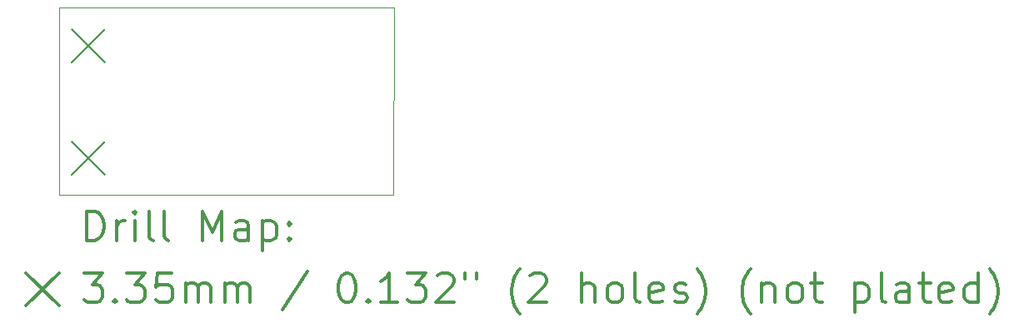
<source format=gbr>
%FSLAX45Y45*%
G04 Gerber Fmt 4.5, Leading zero omitted, Abs format (unit mm)*
G04 Created by KiCad (PCBNEW 5.1.5+dfsg1-2build2) date 2023-02-08 22:03:10*
%MOMM*%
%LPD*%
G04 APERTURE LIST*
%TA.AperFunction,Profile*%
%ADD10C,0.050000*%
%TD*%
%ADD11C,0.200000*%
%ADD12C,0.300000*%
G04 APERTURE END LIST*
D10*
X19473000Y-10588000D02*
X16073000Y-10588000D01*
X19474000Y-8688000D02*
X16074000Y-8688000D01*
X19473000Y-10588000D02*
X19474000Y-8688000D01*
X16074000Y-8688000D02*
X16073000Y-10588000D01*
D11*
X16201500Y-8908400D02*
X16536500Y-9243400D01*
X16536500Y-8908400D02*
X16201500Y-9243400D01*
X16201500Y-10051600D02*
X16536500Y-10386600D01*
X16536500Y-10051600D02*
X16201500Y-10386600D01*
D12*
X16356928Y-11056214D02*
X16356928Y-10756214D01*
X16428357Y-10756214D01*
X16471214Y-10770500D01*
X16499786Y-10799072D01*
X16514071Y-10827643D01*
X16528357Y-10884786D01*
X16528357Y-10927643D01*
X16514071Y-10984786D01*
X16499786Y-11013357D01*
X16471214Y-11041929D01*
X16428357Y-11056214D01*
X16356928Y-11056214D01*
X16656928Y-11056214D02*
X16656928Y-10856214D01*
X16656928Y-10913357D02*
X16671214Y-10884786D01*
X16685500Y-10870500D01*
X16714071Y-10856214D01*
X16742643Y-10856214D01*
X16842643Y-11056214D02*
X16842643Y-10856214D01*
X16842643Y-10756214D02*
X16828357Y-10770500D01*
X16842643Y-10784786D01*
X16856928Y-10770500D01*
X16842643Y-10756214D01*
X16842643Y-10784786D01*
X17028357Y-11056214D02*
X16999786Y-11041929D01*
X16985500Y-11013357D01*
X16985500Y-10756214D01*
X17185500Y-11056214D02*
X17156928Y-11041929D01*
X17142643Y-11013357D01*
X17142643Y-10756214D01*
X17528357Y-11056214D02*
X17528357Y-10756214D01*
X17628357Y-10970500D01*
X17728357Y-10756214D01*
X17728357Y-11056214D01*
X17999786Y-11056214D02*
X17999786Y-10899072D01*
X17985500Y-10870500D01*
X17956928Y-10856214D01*
X17899786Y-10856214D01*
X17871214Y-10870500D01*
X17999786Y-11041929D02*
X17971214Y-11056214D01*
X17899786Y-11056214D01*
X17871214Y-11041929D01*
X17856928Y-11013357D01*
X17856928Y-10984786D01*
X17871214Y-10956214D01*
X17899786Y-10941929D01*
X17971214Y-10941929D01*
X17999786Y-10927643D01*
X18142643Y-10856214D02*
X18142643Y-11156214D01*
X18142643Y-10870500D02*
X18171214Y-10856214D01*
X18228357Y-10856214D01*
X18256928Y-10870500D01*
X18271214Y-10884786D01*
X18285500Y-10913357D01*
X18285500Y-10999072D01*
X18271214Y-11027643D01*
X18256928Y-11041929D01*
X18228357Y-11056214D01*
X18171214Y-11056214D01*
X18142643Y-11041929D01*
X18414071Y-11027643D02*
X18428357Y-11041929D01*
X18414071Y-11056214D01*
X18399786Y-11041929D01*
X18414071Y-11027643D01*
X18414071Y-11056214D01*
X18414071Y-10870500D02*
X18428357Y-10884786D01*
X18414071Y-10899072D01*
X18399786Y-10884786D01*
X18414071Y-10870500D01*
X18414071Y-10899072D01*
X15735500Y-11383000D02*
X16070500Y-11718000D01*
X16070500Y-11383000D02*
X15735500Y-11718000D01*
X16328357Y-11386214D02*
X16514071Y-11386214D01*
X16414071Y-11500500D01*
X16456928Y-11500500D01*
X16485500Y-11514786D01*
X16499786Y-11529071D01*
X16514071Y-11557643D01*
X16514071Y-11629071D01*
X16499786Y-11657643D01*
X16485500Y-11671929D01*
X16456928Y-11686214D01*
X16371214Y-11686214D01*
X16342643Y-11671929D01*
X16328357Y-11657643D01*
X16642643Y-11657643D02*
X16656928Y-11671929D01*
X16642643Y-11686214D01*
X16628357Y-11671929D01*
X16642643Y-11657643D01*
X16642643Y-11686214D01*
X16756928Y-11386214D02*
X16942643Y-11386214D01*
X16842643Y-11500500D01*
X16885500Y-11500500D01*
X16914071Y-11514786D01*
X16928357Y-11529071D01*
X16942643Y-11557643D01*
X16942643Y-11629071D01*
X16928357Y-11657643D01*
X16914071Y-11671929D01*
X16885500Y-11686214D01*
X16799786Y-11686214D01*
X16771214Y-11671929D01*
X16756928Y-11657643D01*
X17214071Y-11386214D02*
X17071214Y-11386214D01*
X17056928Y-11529071D01*
X17071214Y-11514786D01*
X17099786Y-11500500D01*
X17171214Y-11500500D01*
X17199786Y-11514786D01*
X17214071Y-11529071D01*
X17228357Y-11557643D01*
X17228357Y-11629071D01*
X17214071Y-11657643D01*
X17199786Y-11671929D01*
X17171214Y-11686214D01*
X17099786Y-11686214D01*
X17071214Y-11671929D01*
X17056928Y-11657643D01*
X17356928Y-11686214D02*
X17356928Y-11486214D01*
X17356928Y-11514786D02*
X17371214Y-11500500D01*
X17399786Y-11486214D01*
X17442643Y-11486214D01*
X17471214Y-11500500D01*
X17485500Y-11529071D01*
X17485500Y-11686214D01*
X17485500Y-11529071D02*
X17499786Y-11500500D01*
X17528357Y-11486214D01*
X17571214Y-11486214D01*
X17599786Y-11500500D01*
X17614071Y-11529071D01*
X17614071Y-11686214D01*
X17756928Y-11686214D02*
X17756928Y-11486214D01*
X17756928Y-11514786D02*
X17771214Y-11500500D01*
X17799786Y-11486214D01*
X17842643Y-11486214D01*
X17871214Y-11500500D01*
X17885500Y-11529071D01*
X17885500Y-11686214D01*
X17885500Y-11529071D02*
X17899786Y-11500500D01*
X17928357Y-11486214D01*
X17971214Y-11486214D01*
X17999786Y-11500500D01*
X18014071Y-11529071D01*
X18014071Y-11686214D01*
X18599786Y-11371929D02*
X18342643Y-11757643D01*
X18985500Y-11386214D02*
X19014071Y-11386214D01*
X19042643Y-11400500D01*
X19056928Y-11414786D01*
X19071214Y-11443357D01*
X19085500Y-11500500D01*
X19085500Y-11571929D01*
X19071214Y-11629071D01*
X19056928Y-11657643D01*
X19042643Y-11671929D01*
X19014071Y-11686214D01*
X18985500Y-11686214D01*
X18956928Y-11671929D01*
X18942643Y-11657643D01*
X18928357Y-11629071D01*
X18914071Y-11571929D01*
X18914071Y-11500500D01*
X18928357Y-11443357D01*
X18942643Y-11414786D01*
X18956928Y-11400500D01*
X18985500Y-11386214D01*
X19214071Y-11657643D02*
X19228357Y-11671929D01*
X19214071Y-11686214D01*
X19199786Y-11671929D01*
X19214071Y-11657643D01*
X19214071Y-11686214D01*
X19514071Y-11686214D02*
X19342643Y-11686214D01*
X19428357Y-11686214D02*
X19428357Y-11386214D01*
X19399786Y-11429071D01*
X19371214Y-11457643D01*
X19342643Y-11471929D01*
X19614071Y-11386214D02*
X19799786Y-11386214D01*
X19699786Y-11500500D01*
X19742643Y-11500500D01*
X19771214Y-11514786D01*
X19785500Y-11529071D01*
X19799786Y-11557643D01*
X19799786Y-11629071D01*
X19785500Y-11657643D01*
X19771214Y-11671929D01*
X19742643Y-11686214D01*
X19656928Y-11686214D01*
X19628357Y-11671929D01*
X19614071Y-11657643D01*
X19914071Y-11414786D02*
X19928357Y-11400500D01*
X19956928Y-11386214D01*
X20028357Y-11386214D01*
X20056928Y-11400500D01*
X20071214Y-11414786D01*
X20085500Y-11443357D01*
X20085500Y-11471929D01*
X20071214Y-11514786D01*
X19899786Y-11686214D01*
X20085500Y-11686214D01*
X20199786Y-11386214D02*
X20199786Y-11443357D01*
X20314071Y-11386214D02*
X20314071Y-11443357D01*
X20756928Y-11800500D02*
X20742643Y-11786214D01*
X20714071Y-11743357D01*
X20699786Y-11714786D01*
X20685500Y-11671929D01*
X20671214Y-11600500D01*
X20671214Y-11543357D01*
X20685500Y-11471929D01*
X20699786Y-11429071D01*
X20714071Y-11400500D01*
X20742643Y-11357643D01*
X20756928Y-11343357D01*
X20856928Y-11414786D02*
X20871214Y-11400500D01*
X20899786Y-11386214D01*
X20971214Y-11386214D01*
X20999786Y-11400500D01*
X21014071Y-11414786D01*
X21028357Y-11443357D01*
X21028357Y-11471929D01*
X21014071Y-11514786D01*
X20842643Y-11686214D01*
X21028357Y-11686214D01*
X21385500Y-11686214D02*
X21385500Y-11386214D01*
X21514071Y-11686214D02*
X21514071Y-11529071D01*
X21499786Y-11500500D01*
X21471214Y-11486214D01*
X21428357Y-11486214D01*
X21399786Y-11500500D01*
X21385500Y-11514786D01*
X21699786Y-11686214D02*
X21671214Y-11671929D01*
X21656928Y-11657643D01*
X21642643Y-11629071D01*
X21642643Y-11543357D01*
X21656928Y-11514786D01*
X21671214Y-11500500D01*
X21699786Y-11486214D01*
X21742643Y-11486214D01*
X21771214Y-11500500D01*
X21785500Y-11514786D01*
X21799786Y-11543357D01*
X21799786Y-11629071D01*
X21785500Y-11657643D01*
X21771214Y-11671929D01*
X21742643Y-11686214D01*
X21699786Y-11686214D01*
X21971214Y-11686214D02*
X21942643Y-11671929D01*
X21928357Y-11643357D01*
X21928357Y-11386214D01*
X22199786Y-11671929D02*
X22171214Y-11686214D01*
X22114071Y-11686214D01*
X22085500Y-11671929D01*
X22071214Y-11643357D01*
X22071214Y-11529071D01*
X22085500Y-11500500D01*
X22114071Y-11486214D01*
X22171214Y-11486214D01*
X22199786Y-11500500D01*
X22214071Y-11529071D01*
X22214071Y-11557643D01*
X22071214Y-11586214D01*
X22328357Y-11671929D02*
X22356928Y-11686214D01*
X22414071Y-11686214D01*
X22442643Y-11671929D01*
X22456928Y-11643357D01*
X22456928Y-11629071D01*
X22442643Y-11600500D01*
X22414071Y-11586214D01*
X22371214Y-11586214D01*
X22342643Y-11571929D01*
X22328357Y-11543357D01*
X22328357Y-11529071D01*
X22342643Y-11500500D01*
X22371214Y-11486214D01*
X22414071Y-11486214D01*
X22442643Y-11500500D01*
X22556928Y-11800500D02*
X22571214Y-11786214D01*
X22599786Y-11743357D01*
X22614071Y-11714786D01*
X22628357Y-11671929D01*
X22642643Y-11600500D01*
X22642643Y-11543357D01*
X22628357Y-11471929D01*
X22614071Y-11429071D01*
X22599786Y-11400500D01*
X22571214Y-11357643D01*
X22556928Y-11343357D01*
X23099786Y-11800500D02*
X23085500Y-11786214D01*
X23056928Y-11743357D01*
X23042643Y-11714786D01*
X23028357Y-11671929D01*
X23014071Y-11600500D01*
X23014071Y-11543357D01*
X23028357Y-11471929D01*
X23042643Y-11429071D01*
X23056928Y-11400500D01*
X23085500Y-11357643D01*
X23099786Y-11343357D01*
X23214071Y-11486214D02*
X23214071Y-11686214D01*
X23214071Y-11514786D02*
X23228357Y-11500500D01*
X23256928Y-11486214D01*
X23299786Y-11486214D01*
X23328357Y-11500500D01*
X23342643Y-11529071D01*
X23342643Y-11686214D01*
X23528357Y-11686214D02*
X23499786Y-11671929D01*
X23485500Y-11657643D01*
X23471214Y-11629071D01*
X23471214Y-11543357D01*
X23485500Y-11514786D01*
X23499786Y-11500500D01*
X23528357Y-11486214D01*
X23571214Y-11486214D01*
X23599786Y-11500500D01*
X23614071Y-11514786D01*
X23628357Y-11543357D01*
X23628357Y-11629071D01*
X23614071Y-11657643D01*
X23599786Y-11671929D01*
X23571214Y-11686214D01*
X23528357Y-11686214D01*
X23714071Y-11486214D02*
X23828357Y-11486214D01*
X23756928Y-11386214D02*
X23756928Y-11643357D01*
X23771214Y-11671929D01*
X23799786Y-11686214D01*
X23828357Y-11686214D01*
X24156928Y-11486214D02*
X24156928Y-11786214D01*
X24156928Y-11500500D02*
X24185500Y-11486214D01*
X24242643Y-11486214D01*
X24271214Y-11500500D01*
X24285500Y-11514786D01*
X24299786Y-11543357D01*
X24299786Y-11629071D01*
X24285500Y-11657643D01*
X24271214Y-11671929D01*
X24242643Y-11686214D01*
X24185500Y-11686214D01*
X24156928Y-11671929D01*
X24471214Y-11686214D02*
X24442643Y-11671929D01*
X24428357Y-11643357D01*
X24428357Y-11386214D01*
X24714071Y-11686214D02*
X24714071Y-11529071D01*
X24699786Y-11500500D01*
X24671214Y-11486214D01*
X24614071Y-11486214D01*
X24585500Y-11500500D01*
X24714071Y-11671929D02*
X24685500Y-11686214D01*
X24614071Y-11686214D01*
X24585500Y-11671929D01*
X24571214Y-11643357D01*
X24571214Y-11614786D01*
X24585500Y-11586214D01*
X24614071Y-11571929D01*
X24685500Y-11571929D01*
X24714071Y-11557643D01*
X24814071Y-11486214D02*
X24928357Y-11486214D01*
X24856928Y-11386214D02*
X24856928Y-11643357D01*
X24871214Y-11671929D01*
X24899786Y-11686214D01*
X24928357Y-11686214D01*
X25142643Y-11671929D02*
X25114071Y-11686214D01*
X25056928Y-11686214D01*
X25028357Y-11671929D01*
X25014071Y-11643357D01*
X25014071Y-11529071D01*
X25028357Y-11500500D01*
X25056928Y-11486214D01*
X25114071Y-11486214D01*
X25142643Y-11500500D01*
X25156928Y-11529071D01*
X25156928Y-11557643D01*
X25014071Y-11586214D01*
X25414071Y-11686214D02*
X25414071Y-11386214D01*
X25414071Y-11671929D02*
X25385500Y-11686214D01*
X25328357Y-11686214D01*
X25299786Y-11671929D01*
X25285500Y-11657643D01*
X25271214Y-11629071D01*
X25271214Y-11543357D01*
X25285500Y-11514786D01*
X25299786Y-11500500D01*
X25328357Y-11486214D01*
X25385500Y-11486214D01*
X25414071Y-11500500D01*
X25528357Y-11800500D02*
X25542643Y-11786214D01*
X25571214Y-11743357D01*
X25585500Y-11714786D01*
X25599786Y-11671929D01*
X25614071Y-11600500D01*
X25614071Y-11543357D01*
X25599786Y-11471929D01*
X25585500Y-11429071D01*
X25571214Y-11400500D01*
X25542643Y-11357643D01*
X25528357Y-11343357D01*
M02*

</source>
